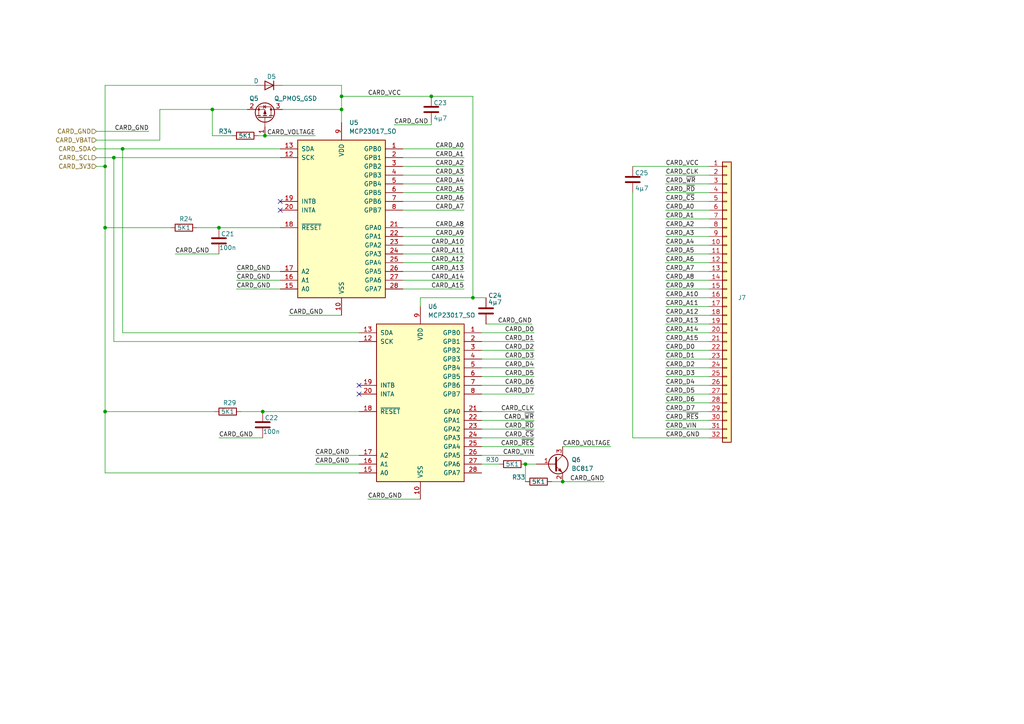
<source format=kicad_sch>
(kicad_sch (version 20231120) (generator "eeschema") (generator_version "8.0")
  (paper "A4")
  (lib_symbols
    (symbol "Connector_Generic:Conn_01x32" (pin_names (offset 1.016) hide)
      (property "Reference" "J" (at 0 40.64 0))
      (property "Value" "Conn_01x32" (at 0 -43.18 0))
      (symbol "Conn_01x32_1_1"
        (rectangle (start -1.27 -40.513) (end 0 -40.767) (stroke (width 0.1524)))
        (rectangle (start -1.27 -37.973) (end 0 -38.227) (stroke (width 0.1524)))
        (rectangle (start -1.27 -35.433) (end 0 -35.687) (stroke (width 0.1524)))
        (rectangle (start -1.27 -32.893) (end 0 -33.147) (stroke (width 0.1524)))
        (rectangle (start -1.27 -30.353) (end 0 -30.607) (stroke (width 0.1524)))
        (rectangle (start -1.27 -27.813) (end 0 -28.067) (stroke (width 0.1524)))
        (rectangle (start -1.27 -25.273) (end 0 -25.527) (stroke (width 0.1524)))
        (rectangle (start -1.27 -22.733) (end 0 -22.987) (stroke (width 0.1524)))
        (rectangle (start -1.27 -20.193) (end 0 -20.447) (stroke (width 0.1524)))
        (rectangle (start -1.27 -17.653) (end 0 -17.907) (stroke (width 0.1524)))
        (rectangle (start -1.27 -15.113) (end 0 -15.367) (stroke (width 0.1524)))
        (rectangle (start -1.27 -12.573) (end 0 -12.827) (stroke (width 0.1524)))
        (rectangle (start -1.27 -10.033) (end 0 -10.287) (stroke (width 0.1524)))
        (rectangle (start -1.27 -7.493) (end 0 -7.747) (stroke (width 0.1524)))
        (rectangle (start -1.27 -4.953) (end 0 -5.207) (stroke (width 0.1524)))
        (rectangle (start -1.27 -2.413) (end 0 -2.667) (stroke (width 0.1524)))
        (rectangle (start -1.27 0.127) (end 0 -0.127) (stroke (width 0.1524)))
        (rectangle (start -1.27 2.667) (end 0 2.413) (stroke (width 0.1524)))
        (rectangle (start -1.27 5.207) (end 0 4.953) (stroke (width 0.1524)))
        (rectangle (start -1.27 7.747) (end 0 7.493) (stroke (width 0.1524)))
        (rectangle (start -1.27 10.287) (end 0 10.033) (stroke (width 0.1524)))
        (rectangle (start -1.27 12.827) (end 0 12.573) (stroke (width 0.1524)))
        (rectangle (start -1.27 15.367) (end 0 15.113) (stroke (width 0.1524)))
        (rectangle (start -1.27 17.907) (end 0 17.653) (stroke (width 0.1524)))
        (rectangle (start -1.27 20.447) (end 0 20.193) (stroke (width 0.1524)))
        (rectangle (start -1.27 22.987) (end 0 22.733) (stroke (width 0.1524)))
        (rectangle (start -1.27 25.527) (end 0 25.273) (stroke (width 0.1524)))
        (rectangle (start -1.27 28.067) (end 0 27.813) (stroke (width 0.1524)))
        (rectangle (start -1.27 30.607) (end 0 30.353) (stroke (width 0.1524)))
        (rectangle (start -1.27 33.147) (end 0 32.893) (stroke (width 0.1524)))
        (rectangle (start -1.27 35.687) (end 0 35.433) (stroke (width 0.1524)))
        (rectangle (start -1.27 38.227) (end 0 37.973) (stroke (width 0.1524)))
        (rectangle (start -1.27 39.37) (end 1.27 -41.91) (stroke (width 0.254)) (fill (type background)))
        (pin passive line (at -5.08 38.1 0) (length 3.81) (name "Pin_1") (number "1"))
        (pin passive line (at -5.08 15.24 0) (length 3.81) (name "Pin_10") (number "10"))
        (pin passive line (at -5.08 12.7 0) (length 3.81) (name "Pin_11") (number "11"))
        (pin passive line (at -5.08 10.16 0) (length 3.81) (name "Pin_12") (number "12"))
        (pin passive line (at -5.08 7.62 0) (length 3.81) (name "Pin_13") (number "13"))
        (pin passive line (at -5.08 5.08 0) (length 3.81) (name "Pin_14") (number "14"))
        (pin passive line (at -5.08 2.54 0) (length 3.81) (name "Pin_15") (number "15"))
        (pin passive line (at -5.08 0 0) (length 3.81) (name "Pin_16") (number "16"))
        (pin passive line (at -5.08 -2.54 0) (length 3.81) (name "Pin_17") (number "17"))
        (pin passive line (at -5.08 -5.08 0) (length 3.81) (name "Pin_18") (number "18"))
        (pin passive line (at -5.08 -7.62 0) (length 3.81) (name "Pin_19") (number "19"))
        (pin passive line (at -5.08 35.56 0) (length 3.81) (name "Pin_2") (number "2"))
        (pin passive line (at -5.08 -10.16 0) (length 3.81) (name "Pin_20") (number "20"))
        (pin passive line (at -5.08 -12.7 0) (length 3.81) (name "Pin_21") (number "21"))
        (pin passive line (at -5.08 -15.24 0) (length 3.81) (name "Pin_22") (number "22"))
        (pin passive line (at -5.08 -17.78 0) (length 3.81) (name "Pin_23") (number "23"))
        (pin passive line (at -5.08 -20.32 0) (length 3.81) (name "Pin_24") (number "24"))
        (pin passive line (at -5.08 -22.86 0) (length 3.81) (name "Pin_25") (number "25"))
        (pin passive line (at -5.08 -25.4 0) (length 3.81) (name "Pin_26") (number "26"))
        (pin passive line (at -5.08 -27.94 0) (length 3.81) (name "Pin_27") (number "27"))
        (pin passive line (at -5.08 -30.48 0) (length 3.81) (name "Pin_28") (number "28"))
        (pin passive line (at -5.08 -33.02 0) (length 3.81) (name "Pin_29") (number "29"))
        (pin passive line (at -5.08 33.02 0) (length 3.81) (name "Pin_3") (number "3"))
        (pin passive line (at -5.08 -35.56 0) (length 3.81) (name "Pin_30") (number "30"))
        (pin passive line (at -5.08 -38.1 0) (length 3.81) (name "Pin_31") (number "31"))
        (pin passive line (at -5.08 -40.64 0) (length 3.81) (name "Pin_32") (number "32"))
        (pin passive line (at -5.08 30.48 0) (length 3.81) (name "Pin_4") (number "4"))
        (pin passive line (at -5.08 27.94 0) (length 3.81) (name "Pin_5") (number "5"))
        (pin passive line (at -5.08 25.4 0) (length 3.81) (name "Pin_6") (number "6"))
        (pin passive line (at -5.08 22.86 0) (length 3.81) (name "Pin_7") (number "7"))
        (pin passive line (at -5.08 20.32 0) (length 3.81) (name "Pin_8") (number "8"))
        (pin passive line (at -5.08 17.78 0) (length 3.81) (name "Pin_9") (number "9"))
      )
    )
    (symbol "Device:C" (pin_numbers hide) (pin_names (offset 0.254))
      (property "Reference" "C" (at 0.635 2.54 0))
      (property "Value" "C" (at 0.635 -2.54 0))
      (symbol "C_0_1"
        (polyline (pts (xy -2.032 -0.762) (xy 2.032 -0.762)) (stroke (width 0.508)))
        (polyline (pts (xy -2.032 0.762) (xy 2.032 0.762)) (stroke (width 0.508)))
      )
      (symbol "C_1_1"
        (pin passive line (at 0 3.81 270) (length 2.794) (name "~") (number "1"))
        (pin passive line (at 0 -3.81 90) (length 2.794) (name "~") (number "2"))
      )
    )
    (symbol "Device:D" (pin_numbers hide) (pin_names (offset 1.016) hide)
      (property "Reference" "D" (at 0 2.54 0))
      (property "Value" "D" (at 0 -2.54 0))
      (symbol "D_0_1"
        (polyline (pts (xy -1.27 1.27) (xy -1.27 -1.27)) (stroke (width 0.254)))
        (polyline (pts (xy 1.27 0) (xy -1.27 0)))
        (polyline (pts (xy 1.27 1.27) (xy 1.27 -1.27) (xy -1.27 0) (xy 1.27 1.27)) (stroke (width 0.254)))
      )
      (symbol "D_1_1"
        (pin passive line (at -3.81 0 0) (length 2.54) (name "K") (number "1"))
        (pin passive line (at 3.81 0 180) (length 2.54) (name "A") (number "2"))
      )
    )
    (symbol "Device:Q_PMOS_GSD" (pin_names (offset 0) hide)
      (property "Reference" "Q" (at 5.08 1.27 0))
      (property "Value" "Q_PMOS_GSD" (at 5.08 -1.27 0))
      (symbol "Q_PMOS_GSD_0_1"
        (polyline (pts (xy 0.254 0) (xy -2.54 0)))
        (polyline (pts (xy 0.254 1.905) (xy 0.254 -1.905)) (stroke (width 0.254)))
        (polyline (pts (xy 0.762 -1.27) (xy 0.762 -2.286)) (stroke (width 0.254)))
        (polyline (pts (xy 0.762 0.508) (xy 0.762 -0.508)) (stroke (width 0.254)))
        (polyline (pts (xy 0.762 2.286) (xy 0.762 1.27)) (stroke (width 0.254)))
        (polyline (pts (xy 2.54 2.54) (xy 2.54 1.778)))
        (polyline (pts (xy 2.54 -2.54) (xy 2.54 0) (xy 0.762 0)))
        (polyline (pts (xy 0.762 1.778) (xy 3.302 1.778) (xy 3.302 -1.778) (xy 0.762 -1.778)))
        (polyline (pts (xy 2.286 0) (xy 1.27 0.381) (xy 1.27 -0.381) (xy 2.286 0)) (fill (type outline)))
        (polyline (pts (xy 2.794 -0.508) (xy 2.921 -0.381) (xy 3.683 -0.381) (xy 3.81 -0.254)))
        (polyline (pts (xy 3.302 -0.381) (xy 2.921 0.254) (xy 3.683 0.254) (xy 3.302 -0.381)))
        (circle (center 1.651 0) (radius 2.794) (stroke (width 0.254)))
        (circle (center 2.54 -1.778) (radius 0.254) (fill (type outline)))
        (circle (center 2.54 1.778) (radius 0.254) (fill (type outline)))
      )
      (symbol "Q_PMOS_GSD_1_1"
        (pin input line (at -5.08 0 0) (length 2.54) (name "G") (number "1"))
        (pin passive line (at 2.54 -5.08 90) (length 2.54) (name "S") (number "2"))
        (pin passive line (at 2.54 5.08 270) (length 2.54) (name "D") (number "3"))
      )
    )
    (symbol "Device:R" (pin_numbers hide) (pin_names (offset 0))
      (property "Reference" "R" (at 2.032 0 90))
      (property "Value" "R" (at 0 0 90))
      (symbol "R_0_1"
        (rectangle (start -1.016 -2.54) (end 1.016 2.54) (stroke (width 0.254)))
      )
      (symbol "R_1_1"
        (pin passive line (at 0 3.81 270) (length 1.27) (name "~") (number "1"))
        (pin passive line (at 0 -3.81 90) (length 1.27) (name "~") (number "2"))
      )
    )
    (symbol "Interface_Expansion:MCP23017_SO" (pin_names (offset 1.016))
      (property "Reference" "U" (at -11.43 24.13 0))
      (property "Value" "MCP23017_SO" (at 0 0 0))
      (symbol "MCP23017_SO_0_1"
        (rectangle (start -12.7 22.86) (end 12.7 -22.86) (stroke (width 0.254)) (fill (type background)))
      )
      (symbol "MCP23017_SO_1_1"
        (pin bidirectional line (at 17.78 20.32 180) (length 5.08) (name "GPB0") (number "1"))
        (pin power_in line (at 0 -27.94 90) (length 5.08) (name "VSS") (number "10"))
        (pin no_connect line (at -12.7 15.24 0) (length 5.08) hide (name "NC") (number "11"))
        (pin input line (at -17.78 17.78 0) (length 5.08) (name "SCK") (number "12"))
        (pin bidirectional line (at -17.78 20.32 0) (length 5.08) (name "SDA") (number "13"))
        (pin no_connect line (at -12.7 12.7 0) (length 5.08) hide (name "NC") (number "14"))
        (pin input line (at -17.78 -20.32 0) (length 5.08) (name "A0") (number "15"))
        (pin input line (at -17.78 -17.78 0) (length 5.08) (name "A1") (number "16"))
        (pin input line (at -17.78 -15.24 0) (length 5.08) (name "A2") (number "17"))
        (pin input line (at -17.78 -2.54 0) (length 5.08) (name "~{RESET}") (number "18"))
        (pin tri_state line (at -17.78 5.08 0) (length 5.08) (name "INTB") (number "19"))
        (pin bidirectional line (at 17.78 17.78 180) (length 5.08) (name "GPB1") (number "2"))
        (pin tri_state line (at -17.78 2.54 0) (length 5.08) (name "INTA") (number "20"))
        (pin bidirectional line (at 17.78 -2.54 180) (length 5.08) (name "GPA0") (number "21"))
        (pin bidirectional line (at 17.78 -5.08 180) (length 5.08) (name "GPA1") (number "22"))
        (pin bidirectional line (at 17.78 -7.62 180) (length 5.08) (name "GPA2") (number "23"))
        (pin bidirectional line (at 17.78 -10.16 180) (length 5.08) (name "GPA3") (number "24"))
        (pin bidirectional line (at 17.78 -12.7 180) (length 5.08) (name "GPA4") (number "25"))
        (pin bidirectional line (at 17.78 -15.24 180) (length 5.08) (name "GPA5") (number "26"))
        (pin bidirectional line (at 17.78 -17.78 180) (length 5.08) (name "GPA6") (number "27"))
        (pin bidirectional line (at 17.78 -20.32 180) (length 5.08) (name "GPA7") (number "28"))
        (pin bidirectional line (at 17.78 15.24 180) (length 5.08) (name "GPB2") (number "3"))
        (pin bidirectional line (at 17.78 12.7 180) (length 5.08) (name "GPB3") (number "4"))
        (pin bidirectional line (at 17.78 10.16 180) (length 5.08) (name "GPB4") (number "5"))
        (pin bidirectional line (at 17.78 7.62 180) (length 5.08) (name "GPB5") (number "6"))
        (pin bidirectional line (at 17.78 5.08 180) (length 5.08) (name "GPB6") (number "7"))
        (pin bidirectional line (at 17.78 2.54 180) (length 5.08) (name "GPB7") (number "8"))
        (pin power_in line (at 0 27.94 270) (length 5.08) (name "VDD") (number "9"))
      )
    )
    (symbol "Transistor_BJT:BC817" (pin_names (offset 0) hide)
      (property "Reference" "Q" (at 5.08 1.905 0))
      (property "Value" "BC817" (at 5.08 0 0))
      (symbol "BC817_0_1"
        (polyline (pts (xy 0.635 0.635) (xy 2.54 2.54)))
        (polyline (pts (xy 0.635 -0.635) (xy 2.54 -2.54) (xy 2.54 -2.54)))
        (polyline (pts (xy 0.635 1.905) (xy 0.635 -1.905) (xy 0.635 -1.905)) (stroke (width 0.508)))
        (polyline (pts (xy 1.27 -1.778) (xy 1.778 -1.27) (xy 2.286 -2.286) (xy 1.27 -1.778) (xy 1.27 -1.778)) (fill (type outline)))
        (circle (center 1.27 0) (radius 2.8194) (stroke (width 0.254)))
      )
      (symbol "BC817_1_1"
        (pin input line (at -5.08 0 0) (length 5.715) (name "B") (number "1"))
        (pin passive line (at 2.54 -5.08 90) (length 2.54) (name "E") (number "2"))
        (pin passive line (at 2.54 5.08 270) (length 2.54) (name "C") (number "3"))
      )
    )
  )
  (junction (at 152.4 134.62))
  (junction (at 137.16 86.36))
  (junction (at 99.06 31.75))
  (junction (at 125.095 27.94))
  (junction (at 30.48 119.38))
  (junction (at 61.595 31.75))
  (junction (at 63.5 66.04))
  (junction (at 35.56 43.18))
  (junction (at 163.195 139.7))
  (junction (at 76.835 39.37))
  (junction (at 30.48 48.26))
  (junction (at 76.2 119.38))
  (junction (at 99.06 27.94))
  (junction (at 33.02 45.72))
  (junction (at 30.48 66.04))
  (no_connect (at 81.28 60.96))
  (no_connect (at 81.28 58.42))
  (no_connect (at 104.14 111.76))
  (no_connect (at 104.14 114.3))
  (wire (pts (xy 139.7 132.08) (xy 154.94 132.08)))
  (wire (pts (xy 139.7 96.52) (xy 154.94 96.52)))
  (wire (pts (xy 160.02 139.7) (xy 163.195 139.7)))
  (wire (pts (xy 193.04 111.76) (xy 205.74 111.76)))
  (wire (pts (xy 116.84 68.58) (xy 134.62 68.58)))
  (wire (pts (xy 116.84 81.28) (xy 134.62 81.28)))
  (wire (pts (xy 193.04 63.5) (xy 205.74 63.5)))
  (wire (pts (xy 193.04 53.34) (xy 205.74 53.34)))
  (wire (pts (xy 30.48 119.38) (xy 30.48 137.16)))
  (wire (pts (xy 139.7 109.22) (xy 154.94 109.22)))
  (wire (pts (xy 139.7 101.6) (xy 154.94 101.6)))
  (wire (pts (xy 193.04 114.3) (xy 205.74 114.3)))
  (wire (pts (xy 46.355 31.75) (xy 61.595 31.75)))
  (wire (pts (xy 193.04 73.66) (xy 205.74 73.66)))
  (wire (pts (xy 30.48 48.26) (xy 30.48 66.04)))
  (wire (pts (xy 121.92 86.36) (xy 137.16 86.36)))
  (wire (pts (xy 35.56 43.18) (xy 81.28 43.18)))
  (wire (pts (xy 152.4 134.62) (xy 152.4 139.7)))
  (wire (pts (xy 83.82 91.44) (xy 99.06 91.44)))
  (wire (pts (xy 76.2 119.38) (xy 104.14 119.38)))
  (wire (pts (xy 163.195 129.54) (xy 177.165 129.54)))
  (wire (pts (xy 116.84 43.18) (xy 134.62 43.18)))
  (wire (pts (xy 139.7 121.92) (xy 154.94 121.92)))
  (wire (pts (xy 27.94 43.18) (xy 35.56 43.18)))
  (wire (pts (xy 193.04 71.12) (xy 205.74 71.12)))
  (wire (pts (xy 33.02 99.06) (xy 33.02 45.72)))
  (wire (pts (xy 30.48 48.26) (xy 30.48 24.765)))
  (wire (pts (xy 30.48 119.38) (xy 62.23 119.38)))
  (wire (pts (xy 193.04 119.38) (xy 205.74 119.38)))
  (wire (pts (xy 193.04 106.68) (xy 205.74 106.68)))
  (wire (pts (xy 76.835 39.37) (xy 91.44 39.37)))
  (wire (pts (xy 139.7 127) (xy 154.94 127)))
  (wire (pts (xy 193.04 99.06) (xy 205.74 99.06)))
  (wire (pts (xy 183.515 48.26) (xy 205.74 48.26)))
  (wire (pts (xy 74.93 39.37) (xy 76.835 39.37)))
  (wire (pts (xy 69.85 119.38) (xy 76.2 119.38)))
  (wire (pts (xy 193.04 83.82) (xy 205.74 83.82)))
  (wire (pts (xy 193.04 124.46) (xy 205.74 124.46)))
  (wire (pts (xy 35.56 96.52) (xy 35.56 43.18)))
  (wire (pts (xy 193.04 91.44) (xy 205.74 91.44)))
  (wire (pts (xy 183.515 127) (xy 205.74 127)))
  (wire (pts (xy 116.84 53.34) (xy 134.62 53.34)))
  (wire (pts (xy 139.7 111.76) (xy 154.94 111.76)))
  (wire (pts (xy 137.16 86.36) (xy 140.97 86.36)))
  (wire (pts (xy 61.595 39.37) (xy 61.595 31.75)))
  (wire (pts (xy 193.04 58.42) (xy 205.74 58.42)))
  (wire (pts (xy 152.4 134.62) (xy 155.575 134.62)))
  (wire (pts (xy 193.04 86.36) (xy 205.74 86.36)))
  (wire (pts (xy 27.94 40.64) (xy 46.355 40.64)))
  (wire (pts (xy 81.915 31.75) (xy 99.06 31.75)))
  (wire (pts (xy 139.7 99.06) (xy 154.94 99.06)))
  (wire (pts (xy 116.84 58.42) (xy 134.62 58.42)))
  (wire (pts (xy 193.04 104.14) (xy 205.74 104.14)))
  (wire (pts (xy 140.97 93.98) (xy 154.305 93.98)))
  (wire (pts (xy 91.44 132.08) (xy 104.14 132.08)))
  (wire (pts (xy 104.14 96.52) (xy 35.56 96.52)))
  (wire (pts (xy 116.84 71.12) (xy 134.62 71.12)))
  (wire (pts (xy 139.7 119.38) (xy 154.94 119.38)))
  (wire (pts (xy 63.5 66.04) (xy 81.28 66.04)))
  (wire (pts (xy 193.04 88.9) (xy 205.74 88.9)))
  (wire (pts (xy 183.515 55.88) (xy 183.515 127)))
  (wire (pts (xy 137.16 86.36) (xy 137.16 27.94)))
  (wire (pts (xy 193.04 81.28) (xy 205.74 81.28)))
  (wire (pts (xy 139.7 106.68) (xy 154.94 106.68)))
  (wire (pts (xy 99.06 31.75) (xy 99.06 35.56)))
  (wire (pts (xy 116.84 50.8) (xy 134.62 50.8)))
  (wire (pts (xy 193.04 116.84) (xy 205.74 116.84)))
  (wire (pts (xy 139.7 114.3) (xy 154.94 114.3)))
  (wire (pts (xy 116.84 45.72) (xy 134.62 45.72)))
  (wire (pts (xy 193.04 68.58) (xy 205.74 68.58)))
  (wire (pts (xy 30.48 24.765) (xy 74.295 24.765)))
  (wire (pts (xy 27.94 38.1) (xy 43.18 38.1)))
  (wire (pts (xy 27.94 48.26) (xy 30.48 48.26)))
  (wire (pts (xy 193.04 96.52) (xy 205.74 96.52)))
  (wire (pts (xy 116.84 60.96) (xy 134.62 60.96)))
  (wire (pts (xy 139.7 129.54) (xy 154.94 129.54)))
  (wire (pts (xy 46.355 40.64) (xy 46.355 31.75)))
  (wire (pts (xy 68.58 81.28) (xy 81.28 81.28)))
  (wire (pts (xy 125.095 27.94) (xy 99.06 27.94)))
  (wire (pts (xy 30.48 137.16) (xy 104.14 137.16)))
  (wire (pts (xy 33.02 45.72) (xy 81.28 45.72)))
  (wire (pts (xy 30.48 66.04) (xy 30.48 119.38)))
  (wire (pts (xy 61.595 31.75) (xy 71.755 31.75)))
  (wire (pts (xy 106.68 144.78) (xy 121.92 144.78)))
  (wire (pts (xy 116.84 78.74) (xy 134.62 78.74)))
  (wire (pts (xy 139.7 104.14) (xy 154.94 104.14)))
  (wire (pts (xy 193.04 55.88) (xy 205.74 55.88)))
  (wire (pts (xy 193.04 78.74) (xy 205.74 78.74)))
  (wire (pts (xy 91.44 134.62) (xy 104.14 134.62)))
  (wire (pts (xy 125.095 35.56) (xy 125.095 36.195)))
  (wire (pts (xy 137.16 27.94) (xy 125.095 27.94)))
  (wire (pts (xy 30.48 66.04) (xy 49.53 66.04)))
  (wire (pts (xy 193.04 101.6) (xy 205.74 101.6)))
  (wire (pts (xy 193.04 60.96) (xy 205.74 60.96)))
  (wire (pts (xy 116.84 66.04) (xy 134.62 66.04)))
  (wire (pts (xy 67.31 39.37) (xy 61.595 39.37)))
  (wire (pts (xy 121.92 88.9) (xy 121.92 86.36)))
  (wire (pts (xy 116.84 73.66) (xy 134.62 73.66)))
  (wire (pts (xy 114.3 36.195) (xy 125.095 36.195)))
  (wire (pts (xy 139.7 134.62) (xy 144.78 134.62)))
  (wire (pts (xy 163.195 139.7) (xy 175.26 139.7)))
  (wire (pts (xy 193.04 93.98) (xy 205.74 93.98)))
  (wire (pts (xy 139.7 124.46) (xy 154.94 124.46)))
  (wire (pts (xy 193.04 121.92) (xy 205.74 121.92)))
  (wire (pts (xy 116.84 76.2) (xy 134.62 76.2)))
  (wire (pts (xy 99.06 24.765) (xy 99.06 27.94)))
  (wire (pts (xy 50.8 73.66) (xy 63.5 73.66)))
  (wire (pts (xy 99.06 27.94) (xy 99.06 31.75)))
  (wire (pts (xy 193.04 66.04) (xy 205.74 66.04)))
  (wire (pts (xy 68.58 83.82) (xy 81.28 83.82)))
  (wire (pts (xy 193.04 109.22) (xy 205.74 109.22)))
  (wire (pts (xy 81.915 24.765) (xy 99.06 24.765)))
  (wire (pts (xy 193.04 76.2) (xy 205.74 76.2)))
  (wire (pts (xy 57.15 66.04) (xy 63.5 66.04)))
  (wire (pts (xy 27.94 45.72) (xy 33.02 45.72)))
  (wire (pts (xy 68.58 78.74) (xy 81.28 78.74)))
  (wire (pts (xy 116.84 83.82) (xy 134.62 83.82)))
  (wire (pts (xy 116.84 48.26) (xy 134.62 48.26)))
  (wire (pts (xy 193.04 50.8) (xy 205.74 50.8)))
  (wire (pts (xy 104.14 99.06) (xy 33.02 99.06)))
  (wire (pts (xy 116.84 55.88) (xy 134.62 55.88)))
  (wire (pts (xy 63.5 127) (xy 76.2 127)))
  (label "CARD_A4" (at 193.04 71.12 0))
  (label "CARD_D1" (at 154.94 99.06 180))
  (label "CARD_GND" (at 68.58 81.28 0))
  (label "CARD_GND" (at 175.26 139.7 180))
  (label "CARD_~{WR}" (at 193.04 53.34 0))
  (label "CARD_A7" (at 193.04 78.74 0))
  (label "CARD_~{RES}" (at 154.94 129.54 180))
  (label "CARD_D4" (at 154.94 106.68 180))
  (label "CARD_D0" (at 154.94 96.52 180))
  (label "CARD_CLK" (at 193.04 50.8 0))
  (label "CARD_A9" (at 193.04 83.82 0))
  (label "CARD_D5" (at 193.04 114.3 0))
  (label "CARD_A15" (at 193.04 99.06 0))
  (label "CARD_GND" (at 114.3 36.195 0))
  (label "CARD_D2" (at 154.94 101.6 180))
  (label "CARD_D5" (at 154.94 109.22 180))
  (label "CARD_A3" (at 193.04 68.58 0))
  (label "CARD_D7" (at 193.04 119.38 0))
  (label "CARD_VCC" (at 193.04 48.26 0))
  (label "CARD_VCC" (at 106.68 27.94 0))
  (label "CARD_A10" (at 193.04 86.36 0))
  (label "CARD_A5" (at 134.62 55.88 180))
  (label "CARD_A1" (at 193.04 63.5 0))
  (label "CARD_GND" (at 193.04 127 0))
  (label "CARD_D0" (at 193.04 101.6 0))
  (label "CARD_~{WR}" (at 154.94 121.92 180))
  (label "CARD_D3" (at 154.94 104.14 180))
  (label "CARD_GND" (at 68.58 83.82 0))
  (label "CARD_A14" (at 134.62 81.28 180))
  (label "CARD_~{CS}" (at 154.94 127 180))
  (label "CARD_A14" (at 193.04 96.52 0))
  (label "CARD_A12" (at 193.04 91.44 0))
  (label "CARD_GND" (at 106.68 144.78 0))
  (label "CARD_A7" (at 134.62 60.96 180))
  (label "CARD_~{CS}" (at 193.04 58.42 0))
  (label "CARD_GND" (at 91.44 134.62 0))
  (label "CARD_D3" (at 193.04 109.22 0))
  (label "CARD_A11" (at 134.62 73.66 180))
  (label "CARD_VOLTAGE" (at 91.44 39.37 180))
  (label "CARD_A5" (at 193.04 73.66 0))
  (label "CARD_GND" (at 50.8 73.66 0))
  (label "CARD_VIN" (at 154.94 132.08 180))
  (label "CARD_VIN" (at 193.04 124.46 0))
  (label "CARD_D6" (at 154.94 111.76 180))
  (label "CARD_A10" (at 134.62 71.12 180))
  (label "CARD_A2" (at 134.62 48.26 180))
  (label "CARD_A6" (at 193.04 76.2 0))
  (label "CARD_A11" (at 193.04 88.9 0))
  (label "CARD_GND" (at 63.5 127 0))
  (label "CARD_A0" (at 193.04 60.96 0))
  (label "CARD_GND" (at 83.82 91.44 0))
  (label "CARD_D2" (at 193.04 106.68 0))
  (label "CARD_A0" (at 134.62 43.18 180))
  (label "CARD_D6" (at 193.04 116.84 0))
  (label "CARD_CLK" (at 154.94 119.38 180))
  (label "CARD_A1" (at 134.62 45.72 180))
  (label "CARD_D7" (at 154.94 114.3 180))
  (label "CARD_GND" (at 68.58 78.74 0))
  (label "CARD_VOLTAGE" (at 177.165 129.54 180))
  (label "CARD_~{RD}" (at 193.04 55.88 0))
  (label "CARD_GND" (at 91.44 132.08 0))
  (label "CARD_A6" (at 134.62 58.42 180))
  (label "CARD_A4" (at 134.62 53.34 180))
  (label "CARD_A9" (at 134.62 68.58 180))
  (label "CARD_A2" (at 193.04 66.04 0))
  (label "CARD_~{RES}" (at 193.04 121.92 0))
  (label "CARD_D1" (at 193.04 104.14 0))
  (label "CARD_A3" (at 134.62 50.8 180))
  (label "CARD_A8" (at 193.04 81.28 0))
  (label "CARD_A13" (at 193.04 93.98 0))
  (label "CARD_~{RD}" (at 154.94 124.46 180))
  (label "CARD_A13" (at 134.62 78.74 180))
  (label "CARD_GND" (at 154.305 93.98 180))
  (label "CARD_GND" (at 43.18 38.1 180))
  (label "CARD_D4" (at 193.04 111.76 0))
  (label "CARD_A8" (at 134.62 66.04 180))
  (label "CARD_A12" (at 134.62 76.2 180))
  (label "CARD_A15" (at 134.62 83.82 180))
  (hierarchical_label "CARD_SDA" (shape bidirectional) (at 27.94 43.18 180))
  (hierarchical_label "CARD_GND" (shape input) (at 27.94 38.1 180))
  (hierarchical_label "CARD_SCL" (shape input) (at 27.94 45.72 180))
  (hierarchical_label "CARD_3V3" (shape input) (at 27.94 48.26 180))
  (hierarchical_label "CARD_VBAT" (shape input) (at 27.94 40.64 180))
  (symbol (lib_id "Device:D") (at 78.105 24.765 180) (unit 1)
    (property "Reference" "D5" (at 78.74 22.225 0))
    (property "Value" "D" (at 74.295 23.495 0))
    (property "Footprint" "Diode_SMD:Nexperia_CFP3_SOD-123W" (effects (hide yes)))
    (property "Description" "Diode" (effects (hide yes)))
    (property "Sim.Device" "D" (effects (hide yes)))
    (property "Sim.Pins" "1=K 2=A" (effects (hide yes)))
    (property "LCSC" "C5120763" (effects (hide yes)))
  )
  (symbol (lib_id "Device:R") (at 148.59 134.62 90) (unit 1)
    (property "Reference" "R30" (at 144.78 133.35 90) (effects (justify left)))
    (property "Value" "5K1" (at 148.59 134.62 90))
    (property "Footprint" "Resistor_SMD:R_0603_1608Metric" (effects (hide yes)))
    (property "LCSC" "C26000" (effects (hide yes)))
  )
  (symbol (lib_id "Device:R") (at 66.04 119.38 90) (unit 1)
    (property "Reference" "R29" (at 68.58 116.84 90) (effects (justify left)))
    (property "Value" "5K1" (at 66.04 119.38 90))
    (property "Footprint" "Resistor_SMD:R_0603_1608Metric" (effects (hide yes)))
    (property "LCSC" "C26000" (effects (hide yes)))
  )
  (symbol (lib_id "Interface_Expansion:MCP23017_SO") (at 121.92 116.84 0) (unit 1)
    (property "Reference" "U6" (at 124.1141 88.9 0) (effects (justify left)))
    (property "Value" "MCP23017_SO" (at 124.1141 91.44 0) (effects (justify left)))
    (property "Footprint" "Package_SO:SOIC-28W_7.5x17.9mm_P1.27mm" (effects (hide yes)))
    (property "Datasheet" "http://ww1.microchip.com/downloads/en/DeviceDoc/20001952C.pdf" (effects (hide yes)))
    (property "Description" "16-bit I/O expander, I2C, interrupts, w pull-ups, SOIC-28" (effects (hide yes)))
    (property "LCSC" "C47023" (effects (hide yes)))
  )
  (symbol (lib_id "Connector_Generic:Conn_01x32") (at 210.82 86.36 0) (unit 1)
    (property "Reference" "J7" (at 213.995 86.3599 0) (effects (justify left)))
    (property "Value" "Conn_01x32" (effects (hide yes)))
    (property "Footprint" "TheBrutzlers_Lib:DMG_01_CARDRIDGE_CONNECTOR" (effects (hide yes)))
    (property "Description" "Generic connector, single row, 01x32, script generated (kicad-library-utils/schlib/autogen/connector/)" (effects (hide yes)))
  )
  (symbol (lib_id "Device:C") (at 125.095 31.75 0) (unit 1)
    (property "Reference" "C23" (at 125.73 29.845 0) (effects (justify left)))
    (property "Value" "4µ7" (at 125.73 34.29 0) (effects (justify left)))
    (property "Footprint" "Capacitor_SMD:C_1206_3216Metric" (effects (hide yes)))
  )
  (symbol (lib_id "Device:C") (at 183.515 52.07 0) (unit 1)
    (property "Reference" "C25" (at 184.15 50.165 0) (effects (justify left)))
    (property "Value" "4µ7" (at 184.15 54.61 0) (effects (justify left)))
    (property "Footprint" "Capacitor_SMD:C_1206_3216Metric" (effects (hide yes)))
  )
  (symbol (lib_id "Device:Q_PMOS_GSD") (at 76.835 34.29 270) (mirror x) (unit 1)
    (property "Reference" "Q5" (at 73.66 28.575 90))
    (property "Value" "Q_PMOS_GSD" (at 85.725 28.575 90))
    (property "Footprint" "Package_TO_SOT_SMD:SOT-323_SC-70" (effects (hide yes)))
    (property "Description" "P-MOSFET transistor, gate/source/drain" (effects (hide yes)))
    (property "LCSC" "C19078062" (effects (hide yes)))
  )
  (symbol (lib_id "Interface_Expansion:MCP23017_SO") (at 99.06 63.5 0) (unit 1)
    (property "Reference" "U5" (at 101.2541 35.56 0) (effects (justify left)))
    (property "Value" "MCP23017_SO" (at 101.2541 38.1 0) (effects (justify left)))
    (property "Footprint" "Package_SO:SOIC-28W_7.5x17.9mm_P1.27mm" (effects (hide yes)))
    (property "Datasheet" "http://ww1.microchip.com/downloads/en/DeviceDoc/20001952C.pdf" (effects (hide yes)))
    (property "Description" "16-bit I/O expander, I2C, interrupts, w pull-ups, SOIC-28" (effects (hide yes)))
    (property "LCSC" "C47023" (effects (hide yes)))
  )
  (symbol (lib_id "Device:C") (at 63.5 69.85 180) (unit 1)
    (property "Reference" "C21" (at 66.04 68.58 0) (effects (justify top)))
    (property "Value" "100n" (at 66.04 71.12 0) (effects (justify bottom)))
    (property "Footprint" "Capacitor_SMD:C_1206_3216Metric" (effects (hide yes)))
  )
  (symbol (lib_id "Device:R") (at 53.34 66.04 90) (unit 1)
    (property "Reference" "R24" (at 55.88 63.5 90) (effects (justify left)))
    (property "Value" "5K1" (at 53.34 66.04 90))
    (property "Footprint" "Resistor_SMD:R_0603_1608Metric" (effects (hide yes)))
    (property "LCSC" "C26000" (effects (hide yes)))
  )
  (symbol (lib_id "Transistor_BJT:BC817") (at 160.655 134.62 0) (unit 1)
    (property "Reference" "Q6" (at 165.735 133.3499 0) (effects (justify left)))
    (property "Value" "BC817" (at 165.735 135.8899 0) (effects (justify left)))
    (property "Footprint" "Package_TO_SOT_SMD:SOT-323_SC-70" (effects (hide yes)))
    (property "Datasheet" "https://www.onsemi.com/pub/Collateral/BC818-D.pdf" (effects (hide yes)))
    (property "Description" "0.8A Ic, 45V Vce, NPN Transistor, SOT-23" (effects (hide yes)))
    (property "LCSC" "C383187" (effects (hide yes)))
  )
  (symbol (lib_id "Device:R") (at 156.21 139.7 90) (unit 1)
    (property "Reference" "R33" (at 152.4 138.43 90) (effects (justify left)))
    (property "Value" "5K1" (at 156.21 139.7 90))
    (property "Footprint" "Resistor_SMD:R_0603_1608Metric" (effects (hide yes)))
    (property "LCSC" "C26000" (effects (hide yes)))
  )
  (symbol (lib_id "Device:R") (at 71.12 39.37 90) (unit 1)
    (property "Reference" "R34" (at 67.31 38.1 90) (effects (justify left)))
    (property "Value" "5K1" (at 71.12 39.37 90))
    (property "Footprint" "Resistor_SMD:R_0603_1608Metric" (effects (hide yes)))
    (property "LCSC" "C26000" (effects (hide yes)))
  )
  (symbol (lib_id "Device:C") (at 140.97 90.17 0) (unit 1)
    (property "Reference" "C24" (at 141.605 85.725 0) (effects (justify left)))
    (property "Value" "4µ7" (at 141.605 87.63 0) (effects (justify left)))
    (property "Footprint" "Capacitor_SMD:C_1206_3216Metric" (effects (hide yes)))
  )
  (symbol (lib_id "Device:C") (at 76.2 123.19 180) (unit 1)
    (property "Reference" "C22" (at 78.74 121.92 0) (effects (justify top)))
    (property "Value" "100n" (at 78.74 124.46 0) (effects (justify bottom)))
    (property "Footprint" "Capacitor_SMD:C_1206_3216Metric" (effects (hide yes)))
  )
)
</source>
